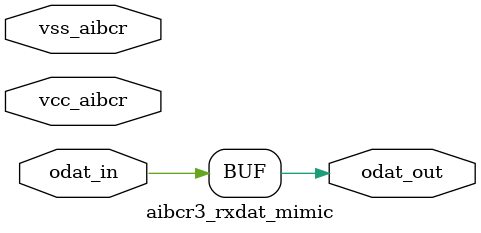
<source format=v>
module aibcr3_rxdat_mimic (
	input wire odat_in,
	input wire vcc_aibcr,
	input wire vss_aibcr,
	output wire odat_out
);

	assign odat_out = odat_in;

endmodule

</source>
